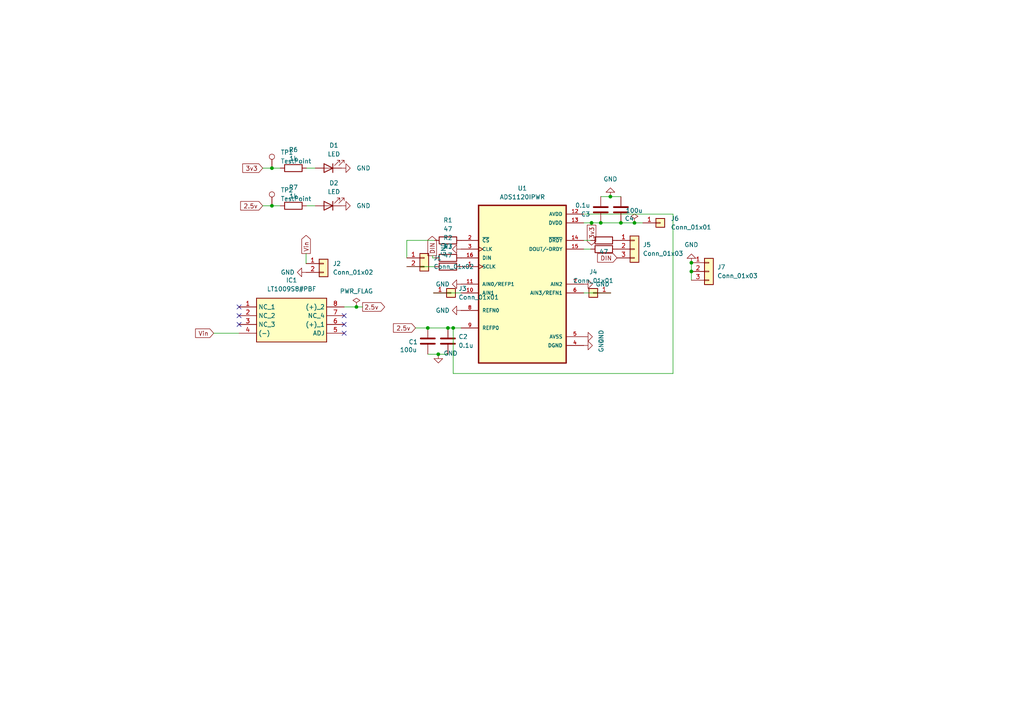
<source format=kicad_sch>
(kicad_sch (version 20230121) (generator eeschema)
  (paper "A4")
  (lib_symbols
    (symbol "Connector:TestPoint" (pin_numbers hide) (pin_names (offset 0.762) hide)
      (property "Reference" "TP" (at 0 6.858 0))
      (property "Value" "TestPoint" (at 0 5.08 0))
      (symbol "TestPoint_0_1"
        (circle (center 0 3.302) (radius 0.762))
      )
      (symbol "TestPoint_1_1"
        (pin passive line (at 0 0 90) (length 2.54) (name "1") (number "1"))
      )
    )
    (symbol "Connector_Generic:Conn_01x01" (pin_names (offset 1.016) hide)
      (property "Reference" "J" (at 0 2.54 0))
      (property "Value" "Conn_01x01" (at 0 -2.54 0))
      (symbol "Conn_01x01_1_1"
        (rectangle (start -1.27 0.127) (end 0 -0.127) (stroke (width 0.1524)))
        (rectangle (start -1.27 1.27) (end 1.27 -1.27) (stroke (width 0.254)) (fill (type background)))
        (pin passive line (at -5.08 0 0) (length 3.81) (name "Pin_1") (number "1"))
      )
    )
    (symbol "Connector_Generic:Conn_01x02" (pin_names (offset 1.016) hide)
      (property "Reference" "J" (at 0 2.54 0))
      (property "Value" "Conn_01x02" (at 0 -5.08 0))
      (symbol "Conn_01x02_1_1"
        (rectangle (start -1.27 -2.413) (end 0 -2.667) (stroke (width 0.1524)))
        (rectangle (start -1.27 0.127) (end 0 -0.127) (stroke (width 0.1524)))
        (rectangle (start -1.27 1.27) (end 1.27 -3.81) (stroke (width 0.254)) (fill (type background)))
        (pin passive line (at -5.08 0 0) (length 3.81) (name "Pin_1") (number "1"))
        (pin passive line (at -5.08 -2.54 0) (length 3.81) (name "Pin_2") (number "2"))
      )
    )
    (symbol "Connector_Generic:Conn_01x03" (pin_names (offset 1.016) hide)
      (property "Reference" "J" (at 0 5.08 0))
      (property "Value" "Conn_01x03" (at 0 -5.08 0))
      (symbol "Conn_01x03_1_1"
        (rectangle (start -1.27 -2.413) (end 0 -2.667) (stroke (width 0.1524)))
        (rectangle (start -1.27 0.127) (end 0 -0.127) (stroke (width 0.1524)))
        (rectangle (start -1.27 2.667) (end 0 2.413) (stroke (width 0.1524)))
        (rectangle (start -1.27 3.81) (end 1.27 -3.81) (stroke (width 0.254)) (fill (type background)))
        (pin passive line (at -5.08 2.54 0) (length 3.81) (name "Pin_1") (number "1"))
        (pin passive line (at -5.08 0 0) (length 3.81) (name "Pin_2") (number "2"))
        (pin passive line (at -5.08 -2.54 0) (length 3.81) (name "Pin_3") (number "3"))
      )
    )
    (symbol "Device:C" (pin_numbers hide) (pin_names (offset 0.254))
      (property "Reference" "C" (at 0.635 2.54 0))
      (property "Value" "C" (at 0.635 -2.54 0))
      (symbol "C_0_1"
        (polyline (pts (xy -2.032 -0.762) (xy 2.032 -0.762)) (stroke (width 0.508)))
        (polyline (pts (xy -2.032 0.762) (xy 2.032 0.762)) (stroke (width 0.508)))
      )
      (symbol "C_1_1"
        (pin passive line (at 0 3.81 270) (length 2.794) (name "~") (number "1"))
        (pin passive line (at 0 -3.81 90) (length 2.794) (name "~") (number "2"))
      )
    )
    (symbol "Device:LED" (pin_numbers hide) (pin_names (offset 1.016) hide)
      (property "Reference" "D" (at 0 2.54 0))
      (property "Value" "LED" (at 0 -2.54 0))
      (symbol "LED_0_1"
        (polyline (pts (xy -1.27 -1.27) (xy -1.27 1.27)) (stroke (width 0.254)))
        (polyline (pts (xy -1.27 0) (xy 1.27 0)))
        (polyline (pts (xy 1.27 -1.27) (xy 1.27 1.27) (xy -1.27 0) (xy 1.27 -1.27)) (stroke (width 0.254)))
        (polyline (pts (xy -3.048 -0.762) (xy -4.572 -2.286) (xy -3.81 -2.286) (xy -4.572 -2.286) (xy -4.572 -1.524)))
        (polyline (pts (xy -1.778 -0.762) (xy -3.302 -2.286) (xy -2.54 -2.286) (xy -3.302 -2.286) (xy -3.302 -1.524)))
      )
      (symbol "LED_1_1"
        (pin passive line (at -3.81 0 0) (length 2.54) (name "K") (number "1"))
        (pin passive line (at 3.81 0 180) (length 2.54) (name "A") (number "2"))
      )
    )
    (symbol "Device:R" (pin_numbers hide) (pin_names (offset 0))
      (property "Reference" "R" (at 2.032 0 90))
      (property "Value" "R" (at 0 0 90))
      (symbol "R_0_1"
        (rectangle (start -1.016 -2.54) (end 1.016 2.54) (stroke (width 0.254)))
      )
      (symbol "R_1_1"
        (pin passive line (at 0 3.81 270) (length 1.27) (name "~") (number "1"))
        (pin passive line (at 0 -3.81 90) (length 1.27) (name "~") (number "2"))
      )
    )
    (symbol "power:GND" (power) (pin_names (offset 0))
      (property "Value" "GND" (at 0 -3.81 0))
      (symbol "GND_0_1"
        (polyline (pts (xy 0 0) (xy 0 -1.27) (xy 1.27 -1.27) (xy 0 -2.54) (xy -1.27 -1.27) (xy 0 -1.27)))
      )
      (symbol "GND_1_1"
        (pin power_in line (at 0 0 270) (length 0) hide (name "GND") (number "1"))
      )
    )
    (symbol "power:PWR_FLAG" (power) (pin_numbers hide) (pin_names (offset 0) hide)
      (property "Value" "PWR_FLAG" (at 0 3.81 0))
      (symbol "PWR_FLAG_0_0"
        (pin power_out line (at 0 0 90) (length 0) (name "pwr") (number "1"))
      )
      (symbol "PWR_FLAG_0_1"
        (polyline (pts (xy 0 0) (xy 0 1.27) (xy -1.016 1.905) (xy 0 2.54) (xy 1.016 1.905) (xy 0 1.27)))
      )
    )
    (symbol "wireless_strain_gauge_v2:ADS1120IPWR" (pin_names (offset 1.016))
      (property "Reference" "U" (at -12.7 23.86 0))
      (property "Value" "ADS1120IPWR" (at -12.7 -26.86 0))
      (symbol "ADS1120IPWR_0_0"
        (rectangle (start -12.7 -22.86) (end 12.7 22.86) (stroke (width 0.41)) (fill (type background)))
        (pin input clock (at -17.78 5.08 0) (length 5.08) (name "SCLK") (number "1"))
        (pin bidirectional line (at -17.78 -2.54 0) (length 5.08) (name "AIN1") (number "10"))
        (pin bidirectional line (at -17.78 0 0) (length 5.08) (name "AIN0/REFP1") (number "11"))
        (pin power_in line (at 17.78 20.32 180) (length 5.08) (name "AVDD") (number "12"))
        (pin power_in line (at 17.78 17.78 180) (length 5.08) (name "DVDD") (number "13"))
        (pin output line (at 17.78 12.7 180) (length 5.08) (name "~{DRDY}") (number "14"))
        (pin output line (at 17.78 10.16 180) (length 5.08) (name "DOUT/~DRDY") (number "15"))
        (pin input line (at -17.78 7.62 0) (length 5.08) (name "DIN") (number "16"))
        (pin input line (at -17.78 12.7 0) (length 5.08) (name "~{CS}") (number "2"))
        (pin input clock (at -17.78 10.16 0) (length 5.08) (name "CLK") (number "3"))
        (pin power_in line (at 17.78 -17.78 180) (length 5.08) (name "DGND") (number "4"))
        (pin power_in line (at 17.78 -15.24 180) (length 5.08) (name "AVSS") (number "5"))
        (pin bidirectional line (at 17.78 -2.54 180) (length 5.08) (name "AIN3/REFN1") (number "6"))
        (pin bidirectional line (at 17.78 0 180) (length 5.08) (name "AIN2") (number "7"))
        (pin bidirectional line (at -17.78 -7.62 0) (length 5.08) (name "REFN0") (number "8"))
        (pin bidirectional line (at -17.78 -12.7 0) (length 5.08) (name "REFP0") (number "9"))
      )
    )
    (symbol "wireless_strain_gauge_v2:LT1009S8#PBF"
      (property "Reference" "IC" (at 26.67 7.62 0))
      (property "Value" "LT1009S8#PBF" (at 26.67 5.08 0))
      (symbol "LT1009S8#PBF_1_1"
        (rectangle (start 5.08 2.54) (end 25.4 -10.16) (stroke (width 0.254)) (fill (type background)))
        (pin passive line (at 0 0 0) (length 5.08) (name "NC_1") (number "1"))
        (pin passive line (at 0 -2.54 0) (length 5.08) (name "NC_2") (number "2"))
        (pin passive line (at 0 -5.08 0) (length 5.08) (name "NC_3") (number "3"))
        (pin passive line (at 0 -7.62 0) (length 5.08) (name "(-)") (number "4"))
        (pin passive line (at 30.48 -7.62 180) (length 5.08) (name "ADJ") (number "5"))
        (pin passive line (at 30.48 -5.08 180) (length 5.08) (name "(+)_1") (number "6"))
        (pin passive line (at 30.48 -2.54 180) (length 5.08) (name "NC_4") (number "7"))
        (pin passive line (at 30.48 0 180) (length 5.08) (name "(+)_2") (number "8"))
      )
    )
  )
  (junction (at 78.867 59.69))
  (junction (at 174.244 64.643))
  (junction (at 103.378 89.027))
  (junction (at 131.445 95.123))
  (junction (at 177.038 57.023))
  (junction (at 184.023 64.643))
  (junction (at 180.086 64.643))
  (junction (at 171.577 64.643))
  (junction (at 129.921 95.123))
  (junction (at 78.867 48.768))
  (junction (at 200.533 78.74))
  (junction (at 124.079 95.123))
  (junction (at 127.127 102.743))
  (junction (at 200.533 76.2))
  (no_connect (at 69.342 91.567))
  (no_connect (at 99.822 91.567))
  (no_connect (at 99.822 96.647))
  (no_connect (at 69.342 89.027))
  (no_connect (at 69.342 94.107))
  (no_connect (at 99.822 94.107))
  (wire (pts (xy 125.73 84.963) (xy 133.731 84.963)))
  (wire (pts (xy 117.983 69.723) (xy 117.983 74.803)))
  (wire (pts (xy 131.445 95.123) (xy 131.445 108.331)))
  (wire (pts (xy 125.476 74.803) (xy 126.111 74.803)))
  (wire (pts (xy 131.445 108.331) (xy 195.199 108.331)))
  (wire (pts (xy 129.921 102.743) (xy 127.127 102.743)))
  (wire (pts (xy 125.476 74.168) (xy 125.476 74.803)))
  (wire (pts (xy 124.079 95.123) (xy 129.921 95.123)))
  (wire (pts (xy 169.291 62.103) (xy 195.199 62.103)))
  (wire (pts (xy 171.323 69.723) (xy 169.291 69.723)))
  (wire (pts (xy 76.2 59.69) (xy 78.867 59.69)))
  (wire (pts (xy 171.577 65.278) (xy 171.577 64.643)))
  (wire (pts (xy 127.127 102.743) (xy 124.079 102.743)))
  (wire (pts (xy 78.867 48.768) (xy 81.28 48.768)))
  (wire (pts (xy 61.976 96.647) (xy 69.342 96.647)))
  (wire (pts (xy 129.921 95.123) (xy 131.445 95.123)))
  (wire (pts (xy 88.9 59.69) (xy 91.44 59.69)))
  (wire (pts (xy 169.291 64.643) (xy 171.577 64.643)))
  (wire (pts (xy 76.2 48.768) (xy 78.867 48.768)))
  (wire (pts (xy 126.111 69.723) (xy 117.983 69.723)))
  (wire (pts (xy 125.349 74.168) (xy 125.476 74.168)))
  (wire (pts (xy 88.9 48.768) (xy 91.44 48.768)))
  (wire (pts (xy 103.378 89.027) (xy 105.156 89.027)))
  (wire (pts (xy 180.086 64.643) (xy 184.023 64.643)))
  (wire (pts (xy 78.867 59.69) (xy 81.28 59.69)))
  (wire (pts (xy 171.323 72.263) (xy 169.291 72.263)))
  (wire (pts (xy 184.023 64.643) (xy 186.436 64.643)))
  (wire (pts (xy 180.086 57.023) (xy 177.038 57.023)))
  (wire (pts (xy 88.773 73.533) (xy 88.773 76.454)))
  (wire (pts (xy 200.533 76.2) (xy 200.533 78.74)))
  (wire (pts (xy 195.199 108.331) (xy 195.199 62.103)))
  (wire (pts (xy 200.533 78.74) (xy 200.533 81.28)))
  (wire (pts (xy 99.822 89.027) (xy 103.378 89.027)))
  (wire (pts (xy 177.038 57.023) (xy 174.244 57.023)))
  (wire (pts (xy 171.577 64.643) (xy 174.244 64.643)))
  (wire (pts (xy 120.523 95.123) (xy 124.079 95.123)))
  (wire (pts (xy 117.983 77.343) (xy 126.111 77.343)))
  (wire (pts (xy 177.165 84.963) (xy 169.291 84.963)))
  (wire (pts (xy 174.244 64.643) (xy 180.086 64.643)))
  (wire (pts (xy 131.445 95.123) (xy 133.731 95.123)))
  (global_label "DIN" (shape input) (at 178.943 74.803 180) (property "Intersheetrefs" "${INTERSHEET_REFS}" (effects hide)))
  (global_label "Vin" (shape output) (at 88.773 73.533 90) (property "Intersheetrefs" "${INTERSHEET_REFS}" (effects hide)))
  (global_label "3v3" (shape output) (at 171.577 65.278 270) (property "Intersheetrefs" "${INTERSHEET_REFS}" (effects hide)))
  (global_label "DIN" (shape output) (at 125.349 74.168 90) (property "Intersheetrefs" "${INTERSHEET_REFS}" (effects hide)))
  (global_label "2.5v" (shape output) (at 105.156 89.027 0) (property "Intersheetrefs" "${INTERSHEET_REFS}" (effects hide)))
  (global_label "Vin" (shape input) (at 61.976 96.647 180) (property "Intersheetrefs" "${INTERSHEET_REFS}" (effects hide)))
  (global_label "2.5v" (shape input) (at 76.2 59.69 180) (property "Intersheetrefs" "${INTERSHEET_REFS}" (effects hide)))
  (global_label "2.5v" (shape input) (at 120.523 95.123 180) (property "Intersheetrefs" "${INTERSHEET_REFS}" (effects hide)))
  (global_label "3v3" (shape input) (at 76.2 48.768 180) (property "Intersheetrefs" "${INTERSHEET_REFS}" (effects hide)))
  (symbol (lib_id "Device:R") (at 175.133 69.723 270) (unit 1)
    (property "Reference" "R4" (effects hide))
    (property "Value" "47" (at 175.133 73.025 90))
    (property "Footprint" "Resistor_SMD:R_0603_1608Metric" (effects hide))
  )
  (symbol (lib_id "Device:LED") (at 95.25 48.768 180) (unit 1)
    (property "Reference" "D1" (at 96.8375 42.164 0))
    (property "Value" "LED" (at 96.8375 44.704 0))
    (property "Footprint" "Diode_SMD:D_0402_1005Metric" (effects hide))
  )
  (symbol (lib_id "Connector_Generic:Conn_01x01") (at 130.81 84.963 0) (unit 1)
    (property "Reference" "J3" (at 132.969 83.693 0) (effects (justify left)))
    (property "Value" "Conn_01x01" (at 132.969 86.233 0) (effects (justify left)))
    (property "Footprint" "Connector_PinHeader_2.54mm:PinHeader_1x01_P2.54mm_Vertical" (effects hide))
  )
  (symbol (lib_id "wireless_strain_gauge_v2:LT1009S8#PBF") (at 69.342 89.027 0) (unit 1)
    (property "Reference" "IC1" (at 84.582 81.28 0))
    (property "Value" "LT1009S8#PBF" (at 84.582 83.82 0))
    (property "Footprint" "wireless_strain_gauge_v2:SOIC127P599X175-8N" (effects hide))
    (property "Datasheet" "https://www.analog.com/media/en/technical-documentation/data-sheets/LT1009.pdf" (effects hide))
    (property "Height" "1.752" (effects hide))
    (property "Mouser Part Number" "584-LT1009S8#PBF" (effects hide))
    (property "Mouser Price/Stock" "https://www.mouser.co.uk/ProductDetail/Analog-Devices/LT1009S8PBF?qs=ytflclh7QUXXKXv1dBPMOg%3D%3D" (effects hide))
    (property "Manufacturer_Name" "Analog Devices" (effects hide))
    (property "Manufacturer_Part_Number" "LT1009S8#PBF" (effects hide))
  )
  (symbol (lib_id "wireless_strain_gauge_v2:ADS1120IPWR") (at 151.511 82.423 0) (unit 1)
    (property "Reference" "U1" (at 151.511 54.61 0))
    (property "Value" "ADS1120IPWR" (at 151.511 57.15 0))
    (property "Footprint" "wireless_strain_gauge_v2:SOP65P640X120-16N" (effects hide))
    (property "Description" "\n16-bit, 2-kSPS, 4-ch, low-power, small-size delta-sigma ADC with PGA, VREF, 2x IDACs & SPI interface\n" (effects hide))
  )
  (symbol (lib_id "power:GND") (at 177.038 57.023 180) (unit 1)
    (property "Reference" "#PWR03" (effects hide))
    (property "Value" "GND" (at 177.038 51.943 0))
  )
  (symbol (lib_id "Connector_Generic:Conn_01x02") (at 123.063 74.803 0) (unit 1)
    (property "Reference" "J1" (at 125.73 74.803 0) (effects (justify left)))
    (property "Value" "Conn_01x02" (at 125.73 77.343 0) (effects (justify left)))
    (property "Footprint" "Connector_PinHeader_2.54mm:PinHeader_1x02_P2.54mm_Vertical" (effects hide))
  )
  (symbol (lib_id "power:GND") (at 127.127 102.743 0) (unit 1)
    (property "Reference" "#PWR01" (effects hide))
    (property "Value" "GND" (at 130.683 102.489 0))
  )
  (symbol (lib_id "power:GND") (at 200.533 76.2 180) (unit 1)
    (property "Reference" "#PWR012" (effects hide))
    (property "Value" "GND" (at 200.533 70.993 0))
  )
  (symbol (lib_id "Device:R") (at 129.921 74.803 90) (unit 1)
    (property "Reference" "R2" (at 129.921 68.961 90))
    (property "Value" "47" (at 129.921 71.501 90))
    (property "Footprint" "Resistor_SMD:R_0603_1608Metric" (effects hide))
  )
  (symbol (lib_id "Connector_Generic:Conn_01x03") (at 184.023 72.263 0) (unit 1)
    (property "Reference" "J5" (at 186.436 70.993 0) (effects (justify left)))
    (property "Value" "Conn_01x03" (at 186.436 73.533 0) (effects (justify left)))
    (property "Footprint" "Connector_PinHeader_2.54mm:PinHeader_1x03_P2.54mm_Vertical" (effects hide))
  )
  (symbol (lib_id "power:GND") (at 133.731 72.263 270) (unit 1)
    (property "Reference" "#PWR02" (effects hide))
    (property "Value" "GND" (at 128.651 72.263 0))
  )
  (symbol (lib_id "power:GND") (at 88.773 78.994 270) (unit 1)
    (property "Reference" "#PWR09" (effects hide))
    (property "Value" "GND" (at 85.471 78.994 90) (effects (justify right)))
  )
  (symbol (lib_id "Device:C") (at 129.921 98.933 180) (unit 1)
    (property "Reference" "C2" (at 132.969 97.663 0) (effects (justify right)))
    (property "Value" "0.1u" (at 132.969 100.203 0) (effects (justify right)))
    (property "Footprint" "Capacitor_SMD:C_0603_1608Metric" (effects hide))
  )
  (symbol (lib_id "Connector_Generic:Conn_01x02") (at 93.853 76.454 0) (unit 1)
    (property "Reference" "J2" (at 96.52 76.454 0) (effects (justify left)))
    (property "Value" "Conn_01x02" (at 96.52 78.994 0) (effects (justify left)))
    (property "Footprint" "Connector_PinHeader_2.54mm:PinHeader_1x02_P2.54mm_Vertical" (effects hide))
  )
  (symbol (lib_id "power:GND") (at 169.291 82.423 90) (unit 1)
    (property "Reference" "#PWR08" (effects hide))
    (property "Value" "GND" (at 172.72 82.423 90) (effects (justify right)))
  )
  (symbol (lib_id "Device:C") (at 180.086 60.833 180) (unit 1)
    (property "Reference" "C4" (at 183.896 63.373 0) (effects (justify left)))
    (property "Value" "100u" (at 186.436 61.087 0) (effects (justify left)))
    (property "Footprint" "Capacitor_SMD:C_1206_3216Metric" (effects hide))
  )
  (symbol (lib_id "Device:R") (at 129.921 69.723 90) (unit 1)
    (property "Reference" "R1" (at 129.921 63.881 90))
    (property "Value" "47" (at 129.921 66.421 90))
    (property "Footprint" "Resistor_SMD:R_0603_1608Metric" (effects hide))
  )
  (symbol (lib_id "Connector_Generic:Conn_01x01") (at 172.085 84.963 180) (unit 1)
    (property "Reference" "J4" (at 172.085 78.867 0))
    (property "Value" "Conn_01x01" (at 172.085 81.407 0))
    (property "Footprint" "Connector_PinHeader_2.54mm:PinHeader_1x01_P2.54mm_Vertical" (effects hide))
  )
  (symbol (lib_id "power:GND") (at 133.731 90.043 270) (unit 1)
    (property "Reference" "#PWR04" (effects hide))
    (property "Value" "GND" (at 130.429 90.043 90) (effects (justify right)))
  )
  (symbol (lib_id "Connector_Generic:Conn_01x01") (at 191.516 64.643 0) (unit 1)
    (property "Reference" "J6" (at 194.564 63.373 0) (effects (justify left)))
    (property "Value" "Conn_01x01" (at 194.564 65.913 0) (effects (justify left)))
    (property "Footprint" "Connector_PinHeader_2.54mm:PinHeader_1x01_P2.54mm_Vertical" (effects hide))
  )
  (symbol (lib_id "Device:C") (at 174.244 60.833 0) (unit 1)
    (property "Reference" "C3" (at 171.196 62.103 0) (effects (justify right)))
    (property "Value" "0.1u" (at 171.196 59.563 0) (effects (justify right)))
    (property "Footprint" "Capacitor_SMD:C_0603_1608Metric" (effects hide))
  )
  (symbol (lib_id "power:PWR_FLAG") (at 103.378 89.027 0) (unit 1)
    (property "Reference" "#FLG02" (effects hide))
    (property "Value" "PWR_FLAG" (at 103.378 84.455 0))
  )
  (symbol (lib_id "Device:R") (at 175.133 72.263 90) (unit 1)
    (property "Reference" "R5" (effects hide))
    (property "Value" "47" (effects hide))
    (property "Footprint" "Resistor_SMD:R_0603_1608Metric" (effects hide))
  )
  (symbol (lib_id "Device:C") (at 124.079 98.933 0) (unit 1)
    (property "Reference" "C1" (at 118.491 99.187 0) (effects (justify left)))
    (property "Value" "100u" (at 115.951 101.473 0) (effects (justify left)))
    (property "Footprint" "Capacitor_SMD:C_1206_3216Metric" (effects hide))
  )
  (symbol (lib_id "Device:LED") (at 95.25 59.69 180) (unit 1)
    (property "Reference" "D2" (at 96.8375 53.086 0))
    (property "Value" "LED" (at 96.8375 55.626 0))
    (property "Footprint" "Diode_SMD:D_0402_1005Metric" (effects hide))
  )
  (symbol (lib_id "Device:R") (at 85.09 48.768 90) (unit 1)
    (property "Reference" "R6" (at 85.09 43.434 90))
    (property "Value" "1k" (at 85.09 45.974 90))
    (property "Footprint" "Resistor_SMD:R_0603_1608Metric" (effects hide))
  )
  (symbol (lib_id "power:GND") (at 133.731 82.423 270) (unit 1)
    (property "Reference" "#PWR07" (effects hide))
    (property "Value" "GND" (at 130.429 82.423 90) (effects (justify right)))
  )
  (symbol (lib_id "Connector:TestPoint") (at 78.867 48.768 0) (unit 1)
    (property "Reference" "TP1" (at 81.407 44.196 0) (effects (justify left)))
    (property "Value" "TestPoint" (at 81.407 46.736 0) (effects (justify left)))
    (property "Footprint" "TestPoint:TestPoint_Pad_1.5x1.5mm" (effects hide))
  )
  (symbol (lib_id "Connector:TestPoint") (at 78.867 59.69 0) (unit 1)
    (property "Reference" "TP2" (at 81.407 55.118 0) (effects (justify left)))
    (property "Value" "TestPoint" (at 81.407 57.658 0) (effects (justify left)))
    (property "Footprint" "TestPoint:TestPoint_Pad_1.5x1.5mm" (effects hide))
  )
  (symbol (lib_id "power:GND") (at 169.291 97.663 90) (unit 1)
    (property "Reference" "#PWR05" (effects hide))
    (property "Value" "GND" (at 174.371 97.663 0))
  )
  (symbol (lib_id "power:PWR_FLAG") (at 184.023 64.643 0) (unit 1)
    (property "Reference" "#FLG01" (effects hide))
    (property "Value" "PWR_FLAG" (effects hide))
  )
  (symbol (lib_id "Device:R") (at 129.921 77.343 90) (unit 1)
    (property "Reference" "R3" (at 129.921 71.501 90))
    (property "Value" "47" (at 129.921 74.041 90))
    (property "Footprint" "Resistor_SMD:R_0603_1608Metric" (effects hide))
  )
  (symbol (lib_id "Device:R") (at 85.09 59.69 90) (unit 1)
    (property "Reference" "R7" (at 85.09 54.356 90))
    (property "Value" "1k" (at 85.09 56.896 90))
    (property "Footprint" "Resistor_SMD:R_0603_1608Metric" (effects hide))
  )
  (symbol (lib_id "power:GND") (at 169.291 100.203 90) (unit 1)
    (property "Reference" "#PWR06" (effects hide))
    (property "Value" "GND" (at 174.371 100.203 0))
  )
  (symbol (lib_id "power:GND") (at 99.06 59.69 90) (unit 1)
    (property "Reference" "#PWR010" (effects hide))
    (property "Value" "GND" (at 103.378 59.69 90) (effects (justify right)))
  )
  (symbol (lib_id "Connector_Generic:Conn_01x03") (at 205.613 78.74 0) (unit 1)
    (property "Reference" "J7" (at 208.026 77.47 0) (effects (justify left)))
    (property "Value" "Conn_01x03" (at 208.026 80.01 0) (effects (justify left)))
    (property "Footprint" "Connector_PinHeader_2.54mm:PinHeader_1x03_P2.54mm_Vertical" (effects hide))
  )
  (symbol (lib_id "power:GND") (at 99.06 48.768 90) (unit 1)
    (property "Reference" "#PWR011" (effects hide))
    (property "Value" "GND" (at 103.378 48.768 90) (effects (justify right)))
  )
)
</source>
